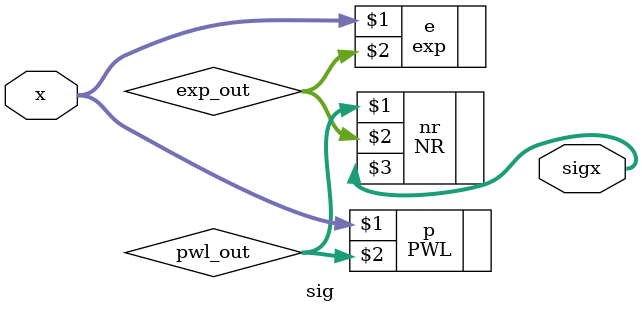
<source format=v>
`timescale 1ns / 1ps


module sig(x,sigx);
input [19:0]x ;
output [19:0]sigx ;
wire [19:0]pwl_out ;
wire [19:0]exp_out ;
PWL p(x,pwl_out) ;
exp e(x,exp_out) ;
NR nr(pwl_out,exp_out,sigx ) ;
endmodule




</source>
